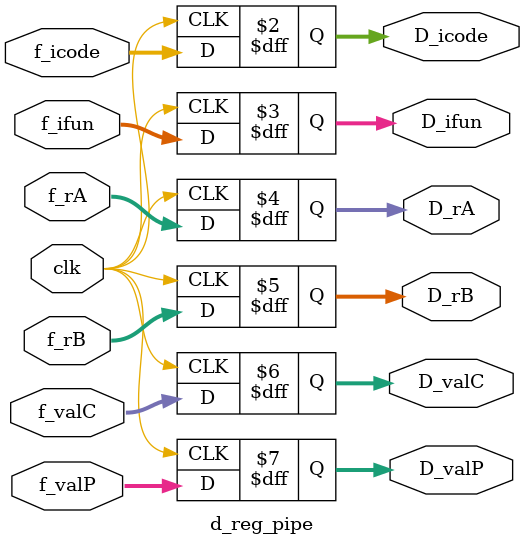
<source format=v>
module d_reg_pipe (clk, f_icode, f_ifun, f_rA, f_rB, f_valC, f_valP, D_icode, D_ifun, D_rA, D_rB, D_valC, D_valP);

input clk;
//input [2:0] f_stat;
input [3:0] f_icode, f_ifun, f_rA, f_rB;
input [63:0] f_valC, f_valP;

//output [2:0] D_stat;
output reg [3:0] D_icode, D_ifun, D_rA, D_rB;
output reg [63:0] D_valC, D_valP;

always @(posedge clk)
    begin
        //D_stat <= f_stat;
        D_icode <= f_icode;
        D_ifun <= f_ifun;
        D_rA <= f_rA;
        D_rB <= f_rB;
        D_valC <= f_valC;
        D_valP <= f_valP;
    end
endmodule

</source>
